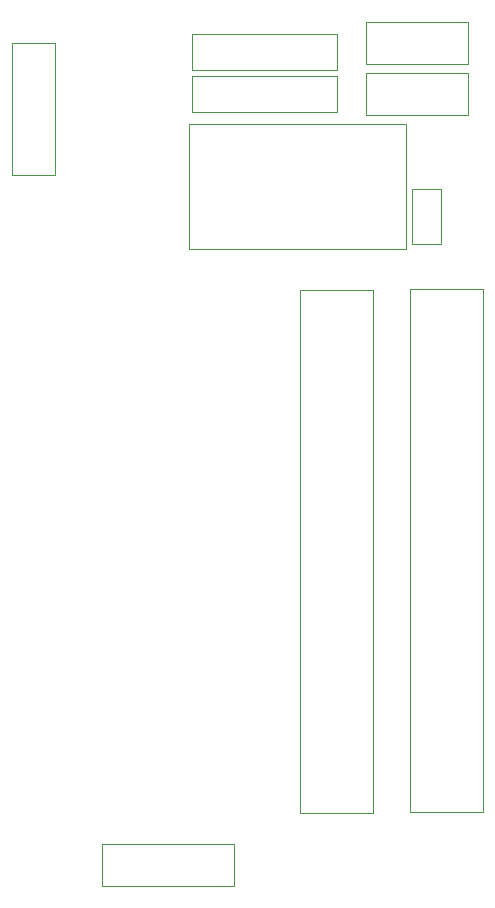
<source format=gbr>
%TF.GenerationSoftware,KiCad,Pcbnew,(5.1.10)-1*%
%TF.CreationDate,2024-05-08T08:20:22+02:00*%
%TF.ProjectId,KC85-FDD_IN,4b433835-2d46-4444-945f-494e2e6b6963,rev?*%
%TF.SameCoordinates,Original*%
%TF.FileFunction,Other,User*%
%FSLAX46Y46*%
G04 Gerber Fmt 4.6, Leading zero omitted, Abs format (unit mm)*
G04 Created by KiCad (PCBNEW (5.1.10)-1) date 2024-05-08 08:20:22*
%MOMM*%
%LPD*%
G01*
G04 APERTURE LIST*
%ADD10C,0.050000*%
G04 APERTURE END LIST*
D10*
%TO.C,U1*%
X111226000Y-87166000D02*
X111226000Y-97716000D01*
X129576000Y-87166000D02*
X111226000Y-87166000D01*
X129576000Y-97716000D02*
X129576000Y-87166000D01*
X111226000Y-97716000D02*
X129576000Y-97716000D01*
%TO.C,R2*%
X123732000Y-79526000D02*
X111472000Y-79526000D01*
X123732000Y-82526000D02*
X123732000Y-79526000D01*
X111472000Y-82526000D02*
X123732000Y-82526000D01*
X111472000Y-79526000D02*
X111472000Y-82526000D01*
%TO.C,R1*%
X123732000Y-83082000D02*
X111472000Y-83082000D01*
X123732000Y-86082000D02*
X123732000Y-83082000D01*
X111472000Y-86082000D02*
X123732000Y-86082000D01*
X111472000Y-83082000D02*
X111472000Y-86082000D01*
%TO.C,J7*%
X126216000Y-78464000D02*
X126216000Y-82064000D01*
X134866000Y-78464000D02*
X126216000Y-78464000D01*
X134866000Y-82064000D02*
X134866000Y-78464000D01*
X126216000Y-82064000D02*
X134866000Y-82064000D01*
%TO.C,J6*%
X126216000Y-82782000D02*
X126216000Y-86382000D01*
X134866000Y-82782000D02*
X126216000Y-82782000D01*
X134866000Y-86382000D02*
X134866000Y-82782000D01*
X126216000Y-86382000D02*
X134866000Y-86382000D01*
%TO.C,J5*%
X103864000Y-148060000D02*
X103864000Y-151660000D01*
X115064000Y-148060000D02*
X103864000Y-148060000D01*
X115064000Y-151660000D02*
X115064000Y-148060000D01*
X103864000Y-151660000D02*
X115064000Y-151660000D01*
%TO.C,J4*%
X136102000Y-101126000D02*
X129952000Y-101126000D01*
X136102000Y-145376000D02*
X136102000Y-101126000D01*
X129952000Y-145376000D02*
X136102000Y-145376000D01*
X129952000Y-101126000D02*
X129952000Y-145376000D01*
%TO.C,J2*%
X99844000Y-80242000D02*
X96244000Y-80242000D01*
X99844000Y-91442000D02*
X99844000Y-80242000D01*
X96244000Y-91442000D02*
X99844000Y-91442000D01*
X96244000Y-80242000D02*
X96244000Y-91442000D01*
%TO.C,C1*%
X132568000Y-97276000D02*
X132568000Y-92676000D01*
X130068000Y-97276000D02*
X132568000Y-97276000D01*
X130068000Y-92676000D02*
X130068000Y-97276000D01*
X132568000Y-92676000D02*
X130068000Y-92676000D01*
%TO.C,J3*%
X120627000Y-101205001D02*
X120627000Y-145455001D01*
X120627000Y-145455001D02*
X126777000Y-145455001D01*
X126777000Y-145455001D02*
X126777000Y-101205001D01*
X126777000Y-101205001D02*
X120627000Y-101205001D01*
%TD*%
M02*

</source>
